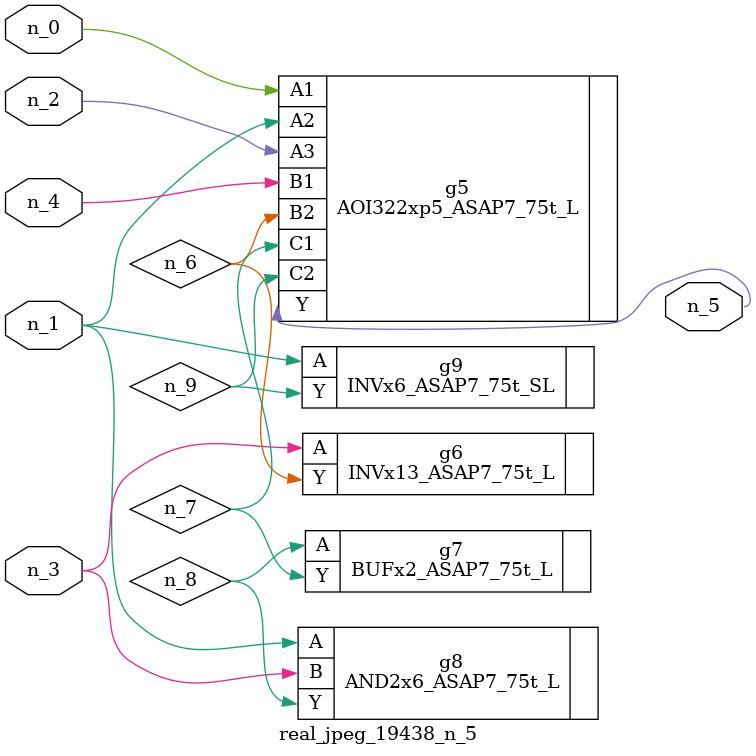
<source format=v>
module real_jpeg_19438_n_5 (n_4, n_0, n_1, n_2, n_3, n_5);

input n_4;
input n_0;
input n_1;
input n_2;
input n_3;

output n_5;

wire n_8;
wire n_6;
wire n_7;
wire n_9;

AOI322xp5_ASAP7_75t_L g5 ( 
.A1(n_0),
.A2(n_1),
.A3(n_2),
.B1(n_4),
.B2(n_6),
.C1(n_7),
.C2(n_9),
.Y(n_5)
);

AND2x6_ASAP7_75t_L g8 ( 
.A(n_1),
.B(n_3),
.Y(n_8)
);

INVx6_ASAP7_75t_SL g9 ( 
.A(n_1),
.Y(n_9)
);

INVx13_ASAP7_75t_L g6 ( 
.A(n_3),
.Y(n_6)
);

BUFx2_ASAP7_75t_L g7 ( 
.A(n_8),
.Y(n_7)
);


endmodule
</source>
